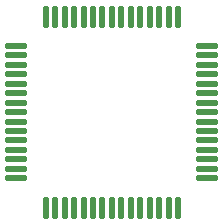
<source format=gtp>
G04 #@! TF.GenerationSoftware,KiCad,Pcbnew,(6.0.0)*
G04 #@! TF.CreationDate,2023-01-29T20:42:11-05:00*
G04 #@! TF.ProjectId,tms7000 qfp 60 adapter,746d7337-3030-4302-9071-667020363020,rev?*
G04 #@! TF.SameCoordinates,Original*
G04 #@! TF.FileFunction,Paste,Top*
G04 #@! TF.FilePolarity,Positive*
%FSLAX46Y46*%
G04 Gerber Fmt 4.6, Leading zero omitted, Abs format (unit mm)*
G04 Created by KiCad (PCBNEW (6.0.0)) date 2023-01-29 20:42:11*
%MOMM*%
%LPD*%
G01*
G04 APERTURE LIST*
G04 Aperture macros list*
%AMRoundRect*
0 Rectangle with rounded corners*
0 $1 Rounding radius*
0 $2 $3 $4 $5 $6 $7 $8 $9 X,Y pos of 4 corners*
0 Add a 4 corners polygon primitive as box body*
4,1,4,$2,$3,$4,$5,$6,$7,$8,$9,$2,$3,0*
0 Add four circle primitives for the rounded corners*
1,1,$1+$1,$2,$3*
1,1,$1+$1,$4,$5*
1,1,$1+$1,$6,$7*
1,1,$1+$1,$8,$9*
0 Add four rect primitives between the rounded corners*
20,1,$1+$1,$2,$3,$4,$5,0*
20,1,$1+$1,$4,$5,$6,$7,0*
20,1,$1+$1,$6,$7,$8,$9,0*
20,1,$1+$1,$8,$9,$2,$3,0*%
G04 Aperture macros list end*
%ADD10RoundRect,0.137500X-0.800000X-0.137500X0.800000X-0.137500X0.800000X0.137500X-0.800000X0.137500X0*%
%ADD11RoundRect,0.137500X-0.137500X-0.800000X0.137500X-0.800000X0.137500X0.800000X-0.137500X0.800000X0*%
G04 APERTURE END LIST*
D10*
X172760500Y-63996000D03*
X172760500Y-64796000D03*
X172760500Y-65596000D03*
X172760500Y-66396000D03*
X172760500Y-67196000D03*
X172760500Y-67996000D03*
X172760500Y-68796000D03*
X172760500Y-69596000D03*
X172760500Y-70396000D03*
X172760500Y-71196000D03*
X172760500Y-71996000D03*
X172760500Y-72796000D03*
X172760500Y-73596000D03*
X172760500Y-74396000D03*
X172760500Y-75196000D03*
D11*
X175248000Y-77683500D03*
X176048000Y-77683500D03*
X176848000Y-77683500D03*
X177648000Y-77683500D03*
X178448000Y-77683500D03*
X179248000Y-77683500D03*
X180048000Y-77683500D03*
X180848000Y-77683500D03*
X181648000Y-77683500D03*
X182448000Y-77683500D03*
X183248000Y-77683500D03*
X184048000Y-77683500D03*
X184848000Y-77683500D03*
X185648000Y-77683500D03*
X186448000Y-77683500D03*
D10*
X188935500Y-75196000D03*
X188935500Y-74396000D03*
X188935500Y-73596000D03*
X188935500Y-72796000D03*
X188935500Y-71996000D03*
X188935500Y-71196000D03*
X188935500Y-70396000D03*
X188935500Y-69596000D03*
X188935500Y-68796000D03*
X188935500Y-67996000D03*
X188935500Y-67196000D03*
X188935500Y-66396000D03*
X188935500Y-65596000D03*
X188935500Y-64796000D03*
X188935500Y-63996000D03*
D11*
X186448000Y-61508500D03*
X185648000Y-61508500D03*
X184848000Y-61508500D03*
X184048000Y-61508500D03*
X183248000Y-61508500D03*
X182448000Y-61508500D03*
X181648000Y-61508500D03*
X180848000Y-61508500D03*
X180048000Y-61508500D03*
X179248000Y-61508500D03*
X178448000Y-61508500D03*
X177648000Y-61508500D03*
X176848000Y-61508500D03*
X176048000Y-61508500D03*
X175248000Y-61508500D03*
M02*

</source>
